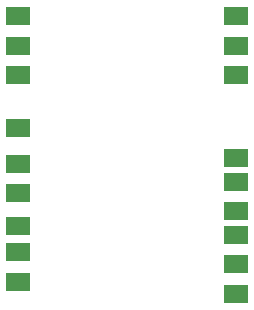
<source format=gbs>
G04 (created by PCBNEW (2013-jul-07)-stable) date Mon 10 Oct 2016 08:48:14 PM CEST*
%MOIN*%
G04 Gerber Fmt 3.4, Leading zero omitted, Abs format*
%FSLAX34Y34*%
G01*
G70*
G90*
G04 APERTURE LIST*
%ADD10C,0.00590551*%
%ADD11R,0.0787402X0.0590551*%
G04 APERTURE END LIST*
G54D10*
G54D11*
X34878Y-29917D03*
X34878Y-28932D03*
X34878Y-28046D03*
X34878Y-26964D03*
X34878Y-25980D03*
X34878Y-24798D03*
X34878Y-22042D03*
X34878Y-21058D03*
X34878Y-23027D03*
X42161Y-21058D03*
X42161Y-22042D03*
X42161Y-23027D03*
X42161Y-25783D03*
X42161Y-26570D03*
X42161Y-27554D03*
X42161Y-28342D03*
X42161Y-29326D03*
X42161Y-30310D03*
M02*

</source>
